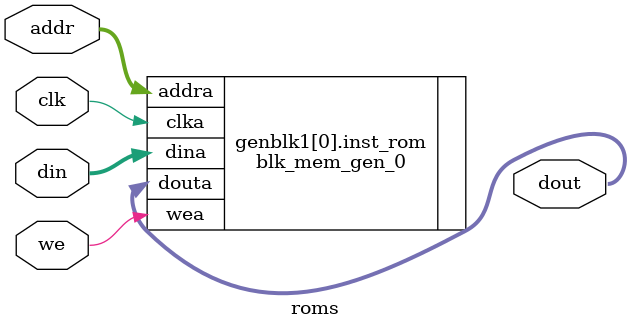
<source format=v>
/*
 * @Author: Haha Chen 
 * @Date: 2023-09-09 12:04:49 
 * @Last Modified by:   Haha Chen 
 * @Last Modified time: 2023-09-09 12:04:49 
 */
/**
 * ROM module that generates one or more read-only memory blocks.
 *
 * @module roms
 * @param  {integer} ROM_NUM     - The number of ROM blocks to generate.
 * @param  {integer} ADDR_WIDTH  - The width of the address bus for each ROM block.
 * @param  {integer} DATA_WIDTH  - The width of the data bus for each ROM block.
 * @param  {wire}    clk         - The clock signal.
 * @param  {wire}    addr        - The address bus for all ROM blocks.
 * @param  {wire}    we          - The write enable signal for all ROM blocks.
 * @param  {wire}    din         - The data input bus for all ROM blocks.
 * @param  {wire}    dout        - The data output bus for all ROM blocks.
 *
 * @example
 * // Instantiate a ROM module with 2 ROM blocks, 8-bit address bus, and 64-bit data bus.
 * roms #(
 *   .ROM_NUM(2),
 *   .ADDR_WIDTH(8),
 *   .DATA_WIDTH(64)
 * ) my_rom (
 *   .clk(clk),
 *   .addr(addr),
 *   .we(we),
 *   .din(din),
 *   .dout(dout)
 * );
 */
`define ADDR_WIDTH 8
`define DATA_WIDTH 64

module roms #(
    parameter integer  ROM_NUM = 1
    // parameter integer ADDR_WIDTH = 8,
    // parameter integer DATA_WIDTH = 64
  )
  (
    input wire clk, 

    input wire [ROM_NUM*`ADDR_WIDTH-1:0] addr,
    input wire we,
    input wire [`DATA_WIDTH*ROM_NUM-1:0] din,
    output wire [`DATA_WIDTH*ROM_NUM-1:0] dout

  );

  generate
    genvar i;
    for (i = 0; i < ROM_NUM; i=i+1)
    begin
        blk_mem_gen_0 inst_rom (
            .clka(clk),    // input wire clka
            .wea(we),      // input wire [0 : 0] wea
            .addra(addr[(i+1)*`ADDR_WIDTH-1 : i*`ADDR_WIDTH]),  // input wire [7 : 0] addra
            .dina(din[(i+1)*`DATA_WIDTH-1 : i*`DATA_WIDTH]),    // input wire [63 : 0] dina
            .douta(dout[(i+1)*`DATA_WIDTH-1 : i*`DATA_WIDTH])  // output wire [63 : 0] douta
            );
    end
  endgenerate


endmodule

</source>
